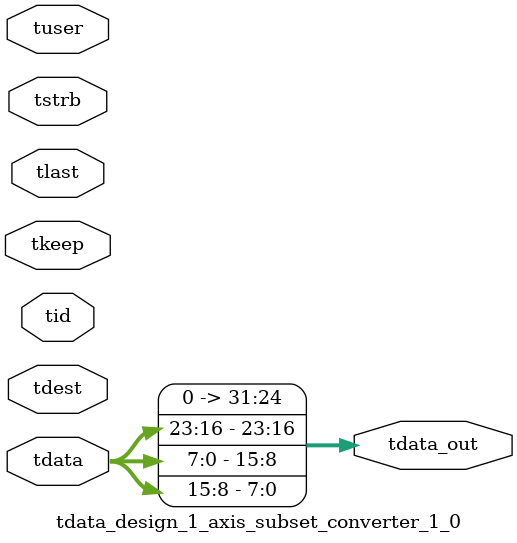
<source format=v>


`timescale 1ps/1ps

module tdata_design_1_axis_subset_converter_1_0 #
(
parameter C_S_AXIS_TDATA_WIDTH = 32,
parameter C_S_AXIS_TUSER_WIDTH = 0,
parameter C_S_AXIS_TID_WIDTH   = 0,
parameter C_S_AXIS_TDEST_WIDTH = 0,
parameter C_M_AXIS_TDATA_WIDTH = 32
)
(
input  [(C_S_AXIS_TDATA_WIDTH == 0 ? 1 : C_S_AXIS_TDATA_WIDTH)-1:0     ] tdata,
input  [(C_S_AXIS_TUSER_WIDTH == 0 ? 1 : C_S_AXIS_TUSER_WIDTH)-1:0     ] tuser,
input  [(C_S_AXIS_TID_WIDTH   == 0 ? 1 : C_S_AXIS_TID_WIDTH)-1:0       ] tid,
input  [(C_S_AXIS_TDEST_WIDTH == 0 ? 1 : C_S_AXIS_TDEST_WIDTH)-1:0     ] tdest,
input  [(C_S_AXIS_TDATA_WIDTH/8)-1:0 ] tkeep,
input  [(C_S_AXIS_TDATA_WIDTH/8)-1:0 ] tstrb,
input                                                                    tlast,
output [C_M_AXIS_TDATA_WIDTH-1:0] tdata_out
);

assign tdata_out = {tdata[23:16],tdata[7:0],tdata[15:8]};

endmodule


</source>
